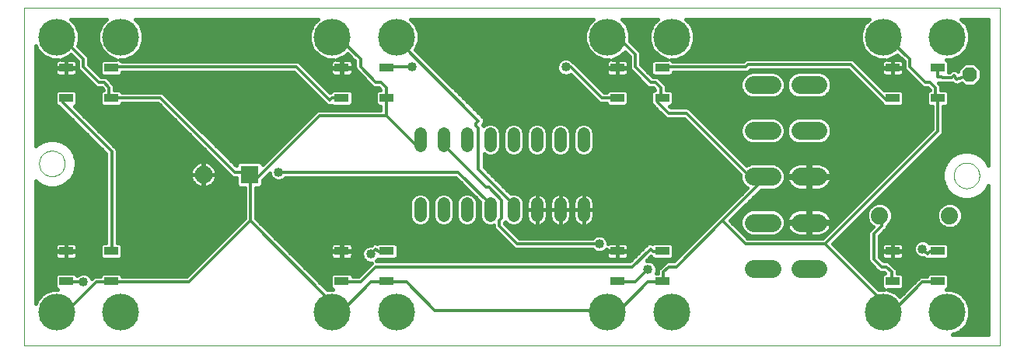
<source format=gtl>
G75*
%MOIN*%
%OFA0B0*%
%FSLAX24Y24*%
%IPPOS*%
%LPD*%
%AMOC8*
5,1,8,0,0,1.08239X$1,22.5*
%
%ADD10C,0.0000*%
%ADD11C,0.0760*%
%ADD12R,0.0760X0.0760*%
%ADD13C,0.0520*%
%ADD14R,0.0591X0.0354*%
%ADD15OC8,0.0630*%
%ADD16C,0.0740*%
%ADD17C,0.1581*%
%ADD18C,0.0780*%
%ADD19C,0.0120*%
%ADD20C,0.0400*%
%ADD21C,0.0160*%
%ADD22R,0.0396X0.0396*%
D10*
X000680Y001499D02*
X000680Y015995D01*
X042495Y015995D01*
X042495Y001499D01*
X000680Y001499D01*
X001310Y009314D02*
X001312Y009361D01*
X001318Y009407D01*
X001328Y009453D01*
X001341Y009498D01*
X001359Y009541D01*
X001380Y009583D01*
X001404Y009623D01*
X001432Y009660D01*
X001463Y009695D01*
X001497Y009728D01*
X001533Y009757D01*
X001572Y009783D01*
X001613Y009806D01*
X001656Y009825D01*
X001700Y009841D01*
X001745Y009853D01*
X001791Y009861D01*
X001838Y009865D01*
X001884Y009865D01*
X001931Y009861D01*
X001977Y009853D01*
X002022Y009841D01*
X002066Y009825D01*
X002109Y009806D01*
X002150Y009783D01*
X002189Y009757D01*
X002225Y009728D01*
X002259Y009695D01*
X002290Y009660D01*
X002318Y009623D01*
X002342Y009583D01*
X002363Y009541D01*
X002381Y009498D01*
X002394Y009453D01*
X002404Y009407D01*
X002410Y009361D01*
X002412Y009314D01*
X002410Y009267D01*
X002404Y009221D01*
X002394Y009175D01*
X002381Y009130D01*
X002363Y009087D01*
X002342Y009045D01*
X002318Y009005D01*
X002290Y008968D01*
X002259Y008933D01*
X002225Y008900D01*
X002189Y008871D01*
X002150Y008845D01*
X002109Y008822D01*
X002066Y008803D01*
X002022Y008787D01*
X001977Y008775D01*
X001931Y008767D01*
X001884Y008763D01*
X001838Y008763D01*
X001791Y008767D01*
X001745Y008775D01*
X001700Y008787D01*
X001656Y008803D01*
X001613Y008822D01*
X001572Y008845D01*
X001533Y008871D01*
X001497Y008900D01*
X001463Y008933D01*
X001432Y008968D01*
X001404Y009005D01*
X001380Y009045D01*
X001359Y009087D01*
X001341Y009130D01*
X001328Y009175D01*
X001318Y009221D01*
X001312Y009267D01*
X001310Y009314D01*
X040523Y008802D02*
X040525Y008849D01*
X040531Y008895D01*
X040541Y008941D01*
X040554Y008986D01*
X040572Y009029D01*
X040593Y009071D01*
X040617Y009111D01*
X040645Y009148D01*
X040676Y009183D01*
X040710Y009216D01*
X040746Y009245D01*
X040785Y009271D01*
X040826Y009294D01*
X040869Y009313D01*
X040913Y009329D01*
X040958Y009341D01*
X041004Y009349D01*
X041051Y009353D01*
X041097Y009353D01*
X041144Y009349D01*
X041190Y009341D01*
X041235Y009329D01*
X041279Y009313D01*
X041322Y009294D01*
X041363Y009271D01*
X041402Y009245D01*
X041438Y009216D01*
X041472Y009183D01*
X041503Y009148D01*
X041531Y009111D01*
X041555Y009071D01*
X041576Y009029D01*
X041594Y008986D01*
X041607Y008941D01*
X041617Y008895D01*
X041623Y008849D01*
X041625Y008802D01*
X041623Y008755D01*
X041617Y008709D01*
X041607Y008663D01*
X041594Y008618D01*
X041576Y008575D01*
X041555Y008533D01*
X041531Y008493D01*
X041503Y008456D01*
X041472Y008421D01*
X041438Y008388D01*
X041402Y008359D01*
X041363Y008333D01*
X041322Y008310D01*
X041279Y008291D01*
X041235Y008275D01*
X041190Y008263D01*
X041144Y008255D01*
X041097Y008251D01*
X041051Y008251D01*
X041004Y008255D01*
X040958Y008263D01*
X040913Y008275D01*
X040869Y008291D01*
X040826Y008310D01*
X040785Y008333D01*
X040746Y008359D01*
X040710Y008388D01*
X040676Y008421D01*
X040645Y008456D01*
X040617Y008493D01*
X040593Y008533D01*
X040572Y008575D01*
X040554Y008618D01*
X040541Y008663D01*
X040531Y008709D01*
X040525Y008755D01*
X040523Y008802D01*
D11*
X008357Y008841D03*
D12*
X010326Y008841D03*
D13*
X017652Y007601D02*
X017652Y007081D01*
X018652Y007081D02*
X018652Y007601D01*
X019652Y007601D02*
X019652Y007081D01*
X020652Y007081D02*
X020652Y007601D01*
X021652Y007601D02*
X021652Y007081D01*
X022652Y007081D02*
X022652Y007601D01*
X023652Y007601D02*
X023652Y007081D01*
X024652Y007081D02*
X024652Y007601D01*
X024652Y010081D02*
X024652Y010601D01*
X023652Y010601D02*
X023652Y010081D01*
X022652Y010081D02*
X022652Y010601D01*
X021652Y010601D02*
X021652Y010081D01*
X020652Y010081D02*
X020652Y010601D01*
X019652Y010601D02*
X019652Y010081D01*
X018652Y010081D02*
X018652Y010601D01*
X017652Y010601D02*
X017652Y010081D01*
D14*
X016211Y012129D03*
X014282Y012129D03*
X014282Y013428D03*
X016211Y013428D03*
X026093Y013428D03*
X028023Y013428D03*
X028023Y012129D03*
X026093Y012129D03*
X037904Y012129D03*
X039834Y012129D03*
X039834Y013428D03*
X037904Y013428D03*
X037904Y005554D03*
X039834Y005554D03*
X039834Y004255D03*
X037904Y004255D03*
X028023Y004255D03*
X026093Y004255D03*
X026093Y005554D03*
X028023Y005554D03*
X016211Y005554D03*
X014282Y005554D03*
X014282Y004255D03*
X016211Y004255D03*
X004400Y004255D03*
X002471Y004255D03*
X002471Y005554D03*
X004400Y005554D03*
X004400Y012129D03*
X002471Y012129D03*
X002471Y013428D03*
X004400Y013428D03*
D15*
X041192Y013141D03*
D16*
X040349Y007086D03*
X037349Y007086D03*
D17*
X037491Y002936D03*
X040247Y002936D03*
X028436Y002936D03*
X025680Y002936D03*
X016625Y002936D03*
X013869Y002936D03*
X004814Y002936D03*
X002058Y002936D03*
X002058Y014747D03*
X004814Y014747D03*
X013869Y014747D03*
X016625Y014747D03*
X025680Y014747D03*
X028436Y014747D03*
X037491Y014747D03*
X040247Y014747D03*
D18*
X034706Y012695D02*
X033926Y012695D01*
X032726Y012695D02*
X031946Y012695D01*
X031946Y010725D02*
X032726Y010725D01*
X033926Y010725D02*
X034706Y010725D01*
X034706Y008755D02*
X033926Y008755D01*
X032726Y008755D02*
X031946Y008755D01*
X031946Y006785D02*
X032726Y006785D01*
X033926Y006785D02*
X034706Y006785D01*
X034706Y004815D02*
X033926Y004815D01*
X032726Y004815D02*
X031946Y004815D01*
D19*
X031590Y005871D02*
X030600Y006861D01*
X028620Y004881D01*
X028290Y004881D01*
X028070Y004661D01*
X028070Y004331D01*
X028023Y004255D01*
X027960Y004221D01*
X027410Y004221D01*
X026200Y003011D01*
X025760Y003011D01*
X025680Y002936D01*
X025650Y003011D01*
X018280Y003011D01*
X017070Y004221D01*
X016300Y004221D01*
X016211Y004255D01*
X016190Y004221D01*
X015530Y004221D01*
X014320Y003011D01*
X013880Y003011D01*
X013869Y002936D01*
X013770Y003011D01*
X013770Y003451D01*
X010360Y006861D01*
X007720Y004221D01*
X004420Y004221D01*
X004400Y004255D01*
X004310Y004221D01*
X003760Y004221D01*
X002550Y003011D01*
X002110Y003011D01*
X002058Y002936D01*
X002550Y004221D02*
X002471Y004255D01*
X002550Y004221D02*
X003210Y004221D01*
X004400Y005554D02*
X004420Y005651D01*
X004420Y009831D01*
X002330Y011921D01*
X002330Y012031D01*
X002440Y012141D01*
X002471Y012129D01*
X003210Y013461D02*
X003870Y012801D01*
X004090Y012801D01*
X004310Y012581D01*
X004310Y012141D01*
X004400Y012129D01*
X004420Y012141D01*
X006510Y012141D01*
X009700Y008951D01*
X010250Y008951D01*
X010326Y008841D01*
X010360Y008731D01*
X010690Y008731D01*
X013330Y011371D01*
X016190Y011371D01*
X017400Y010161D01*
X017510Y010161D01*
X017620Y010271D01*
X017652Y010341D01*
X018652Y010341D02*
X018720Y010271D01*
X018720Y010051D01*
X020480Y008291D01*
X020590Y008291D01*
X021140Y007741D01*
X021140Y006971D01*
X021030Y006861D01*
X021030Y006641D01*
X021800Y005871D01*
X025320Y005871D01*
X026750Y004881D02*
X027520Y005651D01*
X027630Y005541D01*
X027960Y005541D01*
X028023Y005554D01*
X027410Y004771D02*
X026860Y004221D01*
X026200Y004221D01*
X026093Y004255D01*
X026750Y004881D02*
X015750Y004881D01*
X015090Y004221D01*
X014320Y004221D01*
X014282Y004255D01*
X015530Y005431D02*
X015750Y005651D01*
X015860Y005541D01*
X016190Y005541D01*
X016211Y005554D01*
X020590Y007411D02*
X020652Y007341D01*
X020590Y007411D02*
X020590Y007631D01*
X019270Y008951D01*
X011570Y008951D01*
X010360Y008841D02*
X010360Y008731D01*
X010360Y006861D01*
X010360Y008841D02*
X010326Y008841D01*
X016190Y011371D02*
X016190Y012031D01*
X016211Y012129D01*
X016190Y012141D01*
X016190Y012581D01*
X015970Y012801D01*
X015750Y012801D01*
X015090Y013461D01*
X015090Y013791D01*
X014210Y014671D01*
X013880Y014671D01*
X013869Y014747D01*
X016625Y014747D02*
X016630Y014671D01*
X020150Y011151D01*
X020040Y011041D01*
X020040Y010931D01*
X020150Y010821D01*
X020150Y009061D01*
X021580Y007631D01*
X021580Y007411D01*
X021652Y007341D01*
X030600Y006861D02*
X032250Y008511D01*
X032250Y008731D01*
X032336Y008755D01*
X032250Y008841D01*
X031700Y008841D01*
X029060Y011481D01*
X028290Y011481D01*
X027850Y011921D01*
X027850Y012031D01*
X027960Y012141D01*
X028023Y012129D01*
X027960Y012141D02*
X027960Y012581D01*
X027740Y012801D01*
X027520Y012801D01*
X026860Y013461D01*
X026860Y014011D01*
X026200Y014671D01*
X025760Y014671D01*
X025680Y014747D01*
X024110Y013461D02*
X025430Y012141D01*
X026090Y012141D01*
X026093Y012129D01*
X028023Y013428D02*
X028070Y013461D01*
X031590Y013461D01*
X031700Y013571D01*
X036100Y013571D01*
X037640Y012031D01*
X037860Y012031D01*
X037904Y012129D01*
X039510Y012801D02*
X039730Y012581D01*
X039730Y012141D01*
X039834Y012129D01*
X039840Y012031D01*
X039840Y010711D01*
X035000Y005871D01*
X031590Y005871D01*
X035000Y005871D02*
X037420Y003451D01*
X037420Y003011D01*
X037491Y002936D01*
X037530Y003011D01*
X037970Y003011D01*
X039180Y004221D01*
X039730Y004221D01*
X039834Y004255D01*
X037904Y004255D02*
X037860Y004331D01*
X037860Y004661D01*
X037640Y004881D01*
X037420Y004881D01*
X037090Y005211D01*
X037090Y006311D01*
X037420Y006641D01*
X037420Y007081D01*
X037349Y007086D01*
X039180Y005651D02*
X039400Y005431D01*
X039510Y005541D01*
X039730Y005541D01*
X039834Y005554D01*
X039510Y012801D02*
X039290Y012801D01*
X038630Y013461D01*
X038630Y013791D01*
X037750Y014671D01*
X037530Y014671D01*
X037491Y014747D01*
X039834Y013428D02*
X039840Y013351D01*
X039840Y013021D01*
X040217Y012998D01*
X040437Y012998D01*
X040523Y013109D01*
X040649Y012920D01*
X040767Y012976D01*
X041192Y013141D01*
X024110Y013461D02*
X023890Y013461D01*
X017290Y013461D02*
X016300Y013461D01*
X016211Y013428D01*
X014282Y012129D02*
X014210Y012141D01*
X013880Y012141D01*
X013770Y012031D01*
X012340Y013461D01*
X004420Y013461D01*
X004400Y013428D01*
X003210Y013461D02*
X003210Y013791D01*
X002330Y014671D01*
X002110Y014671D01*
X002058Y014747D01*
D20*
X017290Y013461D03*
X023890Y013461D03*
X011570Y008951D03*
X015530Y005431D03*
X025320Y005871D03*
X027410Y004771D03*
X039180Y005651D03*
X003210Y004221D03*
D21*
X003563Y004363D02*
X003532Y004436D01*
X003425Y004543D01*
X003286Y004601D01*
X003134Y004601D01*
X002995Y004543D01*
X002947Y004495D01*
X002947Y004507D01*
X002841Y004612D01*
X002102Y004612D01*
X001996Y004507D01*
X001996Y004003D01*
X002093Y003906D01*
X001865Y003906D01*
X001508Y003759D01*
X001235Y003486D01*
X001160Y003304D01*
X001160Y008557D01*
X001228Y008489D01*
X001463Y008353D01*
X001725Y008283D01*
X001997Y008283D01*
X002259Y008353D01*
X002494Y008489D01*
X002686Y008681D01*
X002822Y008916D01*
X002892Y009178D01*
X002892Y009450D01*
X002822Y009712D01*
X002686Y009947D01*
X002494Y010139D01*
X002259Y010275D01*
X001997Y010345D01*
X001725Y010345D01*
X001463Y010275D01*
X001228Y010139D01*
X001160Y010071D01*
X001160Y014379D01*
X001235Y014197D01*
X001508Y013924D01*
X001865Y013776D01*
X002119Y013776D01*
X002107Y013773D01*
X002066Y013749D01*
X002032Y013716D01*
X002008Y013675D01*
X001996Y013629D01*
X001996Y013437D01*
X002463Y013437D01*
X002463Y013785D01*
X002272Y013785D01*
X002608Y013924D01*
X002673Y013989D01*
X002970Y013692D01*
X002970Y013413D01*
X003007Y013325D01*
X003074Y013258D01*
X003734Y012598D01*
X003822Y012561D01*
X003991Y012561D01*
X004066Y012486D01*
X004031Y012486D01*
X003925Y012381D01*
X003925Y011877D01*
X004031Y011772D01*
X004770Y011772D01*
X004876Y011877D01*
X004876Y011901D01*
X006411Y011901D01*
X009497Y008815D01*
X009564Y008748D01*
X009652Y008711D01*
X009766Y008711D01*
X009766Y008387D01*
X009871Y008281D01*
X010120Y008281D01*
X010120Y006961D01*
X007621Y004461D01*
X004876Y004461D01*
X004876Y004507D01*
X004770Y004612D01*
X004031Y004612D01*
X003925Y004507D01*
X003925Y004461D01*
X003712Y004461D01*
X003624Y004425D01*
X003563Y004363D01*
X003559Y004373D02*
X003572Y004373D01*
X003437Y004531D02*
X003950Y004531D01*
X004851Y004531D02*
X007691Y004531D01*
X007849Y004690D02*
X001160Y004690D01*
X001160Y004848D02*
X008008Y004848D01*
X008166Y005007D02*
X001160Y005007D01*
X001160Y005165D02*
X008325Y005165D01*
X008483Y005324D02*
X004876Y005324D01*
X004876Y005302D02*
X004876Y005806D01*
X004770Y005911D01*
X004660Y005911D01*
X004660Y009879D01*
X004623Y009967D01*
X002819Y011772D01*
X002841Y011772D01*
X002947Y011877D01*
X002947Y012381D01*
X002841Y012486D01*
X002102Y012486D01*
X001996Y012381D01*
X001996Y011877D01*
X002102Y011772D01*
X002140Y011772D01*
X002194Y011718D01*
X004180Y009732D01*
X004180Y005911D01*
X004031Y005911D01*
X003925Y005806D01*
X003925Y005302D01*
X004031Y005197D01*
X004770Y005197D01*
X004876Y005302D01*
X004876Y005482D02*
X008642Y005482D01*
X008800Y005641D02*
X004876Y005641D01*
X004876Y005799D02*
X008959Y005799D01*
X009117Y005958D02*
X004660Y005958D01*
X004660Y006116D02*
X009276Y006116D01*
X009434Y006275D02*
X004660Y006275D01*
X004660Y006433D02*
X009593Y006433D01*
X009751Y006592D02*
X004660Y006592D01*
X004660Y006750D02*
X009910Y006750D01*
X010068Y006909D02*
X004660Y006909D01*
X004660Y007067D02*
X010120Y007067D01*
X010120Y007226D02*
X004660Y007226D01*
X004660Y007384D02*
X010120Y007384D01*
X010120Y007543D02*
X004660Y007543D01*
X004660Y007701D02*
X010120Y007701D01*
X010120Y007860D02*
X004660Y007860D01*
X004660Y008018D02*
X010120Y008018D01*
X010120Y008177D02*
X004660Y008177D01*
X004660Y008335D02*
X008117Y008335D01*
X008142Y008322D02*
X008226Y008295D01*
X008313Y008281D01*
X008349Y008281D01*
X008349Y008833D01*
X008366Y008833D01*
X008366Y008850D01*
X008917Y008850D01*
X008917Y008885D01*
X008903Y008973D01*
X008876Y009056D01*
X008836Y009135D01*
X008784Y009206D01*
X008722Y009269D01*
X008651Y009320D01*
X008572Y009360D01*
X008488Y009388D01*
X008401Y009401D01*
X008366Y009401D01*
X008366Y008850D01*
X008349Y008850D01*
X008349Y009401D01*
X008313Y009401D01*
X008226Y009388D01*
X008142Y009360D01*
X008064Y009320D01*
X007992Y009269D01*
X007930Y009206D01*
X007878Y009135D01*
X007838Y009056D01*
X007811Y008973D01*
X007797Y008885D01*
X007797Y008850D01*
X008349Y008850D01*
X008349Y008833D01*
X007797Y008833D01*
X007797Y008797D01*
X007811Y008710D01*
X007838Y008626D01*
X007878Y008548D01*
X007930Y008477D01*
X007992Y008414D01*
X008064Y008362D01*
X008142Y008322D01*
X008349Y008335D02*
X008366Y008335D01*
X008366Y008281D02*
X008401Y008281D01*
X008488Y008295D01*
X008572Y008322D01*
X008651Y008362D01*
X008722Y008414D01*
X008784Y008477D01*
X008836Y008548D01*
X008876Y008626D01*
X008903Y008710D01*
X008917Y008797D01*
X008917Y008833D01*
X008366Y008833D01*
X008366Y008281D01*
X008349Y008494D02*
X008366Y008494D01*
X008349Y008652D02*
X008366Y008652D01*
X008349Y008811D02*
X008366Y008811D01*
X008349Y008969D02*
X008366Y008969D01*
X008349Y009128D02*
X008366Y009128D01*
X008349Y009286D02*
X008366Y009286D01*
X008698Y009286D02*
X009026Y009286D01*
X009184Y009128D02*
X008840Y009128D01*
X008904Y008969D02*
X009343Y008969D01*
X009501Y008811D02*
X008917Y008811D01*
X008884Y008652D02*
X009766Y008652D01*
X009766Y008494D02*
X008797Y008494D01*
X008597Y008335D02*
X009817Y008335D01*
X010600Y008281D02*
X010780Y008281D01*
X010886Y008387D01*
X010886Y008587D01*
X010893Y008595D01*
X011190Y008892D01*
X011190Y008876D01*
X011248Y008736D01*
X011355Y008629D01*
X011494Y008571D01*
X011646Y008571D01*
X011785Y008629D01*
X011867Y008711D01*
X019171Y008711D01*
X020212Y007669D01*
X020212Y006994D01*
X020279Y006832D01*
X020403Y006708D01*
X020565Y006641D01*
X020740Y006641D01*
X020790Y006662D01*
X020790Y006593D01*
X020827Y006505D01*
X021597Y005735D01*
X021664Y005668D01*
X021752Y005631D01*
X025023Y005631D01*
X025105Y005549D01*
X025244Y005491D01*
X025396Y005491D01*
X025535Y005549D01*
X025618Y005632D01*
X025618Y005563D01*
X026085Y005563D01*
X026085Y005911D01*
X025774Y005911D01*
X025729Y005899D01*
X025700Y005882D01*
X025700Y005947D01*
X025642Y006086D01*
X025535Y006193D01*
X025396Y006251D01*
X025244Y006251D01*
X025105Y006193D01*
X025023Y006111D01*
X021899Y006111D01*
X021270Y006741D01*
X021270Y006762D01*
X021310Y006802D01*
X021403Y006708D01*
X021565Y006641D01*
X021740Y006641D01*
X021902Y006708D01*
X022025Y006832D01*
X022092Y006994D01*
X022092Y007689D01*
X022025Y007851D01*
X021902Y007974D01*
X021740Y008041D01*
X021565Y008041D01*
X021525Y008025D01*
X020390Y009161D01*
X020390Y009722D01*
X020403Y009708D01*
X020565Y009641D01*
X020740Y009641D01*
X020902Y009708D01*
X021025Y009832D01*
X021092Y009994D01*
X021092Y010689D01*
X021025Y010851D01*
X020902Y010974D01*
X020740Y011041D01*
X020565Y011041D01*
X020403Y010974D01*
X020363Y010934D01*
X020353Y010957D01*
X020324Y010986D01*
X020353Y011015D01*
X020390Y011103D01*
X020390Y011199D01*
X020353Y011287D01*
X017446Y014195D01*
X017448Y014197D01*
X017595Y014554D01*
X017595Y014940D01*
X017448Y015297D01*
X017229Y015515D01*
X025075Y015515D01*
X024857Y015297D01*
X024709Y014940D01*
X024709Y014554D01*
X024857Y014197D01*
X025130Y013924D01*
X025487Y013776D01*
X025742Y013776D01*
X025729Y013773D01*
X025688Y013749D01*
X025654Y013716D01*
X025630Y013675D01*
X025618Y013629D01*
X025618Y013437D01*
X026085Y013437D01*
X026085Y013785D01*
X025894Y013785D01*
X026230Y013924D01*
X026419Y014113D01*
X026620Y013912D01*
X026620Y013413D01*
X026657Y013325D01*
X026724Y013258D01*
X027384Y012598D01*
X027472Y012561D01*
X027641Y012561D01*
X027716Y012486D01*
X027653Y012486D01*
X027547Y012381D01*
X027547Y011877D01*
X027653Y011772D01*
X027660Y011772D01*
X027714Y011718D01*
X028154Y011278D01*
X028242Y011241D01*
X028961Y011241D01*
X031376Y008826D01*
X031376Y008641D01*
X031462Y008432D01*
X031623Y008272D01*
X031657Y008257D01*
X030464Y007065D01*
X030397Y006997D01*
X028521Y005121D01*
X028242Y005121D01*
X028154Y005085D01*
X028087Y005017D01*
X027867Y004797D01*
X027830Y004709D01*
X027830Y004612D01*
X027755Y004612D01*
X027790Y004696D01*
X027790Y004847D01*
X027732Y004986D01*
X027625Y005093D01*
X027486Y005151D01*
X027359Y005151D01*
X027531Y005322D01*
X027547Y005316D01*
X027547Y005302D01*
X027653Y005197D01*
X028392Y005197D01*
X028498Y005302D01*
X028498Y005806D01*
X028392Y005911D01*
X027653Y005911D01*
X027614Y005872D01*
X027568Y005891D01*
X027472Y005891D01*
X027384Y005855D01*
X027317Y005787D01*
X026651Y005121D01*
X015757Y005121D01*
X015837Y005201D01*
X015842Y005197D01*
X016581Y005197D01*
X016687Y005302D01*
X016687Y005806D01*
X016581Y005911D01*
X015842Y005911D01*
X015815Y005884D01*
X015798Y005891D01*
X015702Y005891D01*
X015614Y005855D01*
X015571Y005811D01*
X015454Y005811D01*
X015315Y005753D01*
X015208Y005646D01*
X015150Y005507D01*
X015150Y005356D01*
X015208Y005216D01*
X015315Y005109D01*
X015454Y005051D01*
X015581Y005051D01*
X015547Y005017D01*
X014991Y004461D01*
X014758Y004461D01*
X014758Y004507D01*
X014652Y004612D01*
X013913Y004612D01*
X013807Y004507D01*
X013807Y004003D01*
X013904Y003906D01*
X013676Y003906D01*
X013660Y003900D01*
X010600Y006961D01*
X010600Y008281D01*
X010600Y008177D02*
X019705Y008177D01*
X019740Y008041D02*
X019565Y008041D01*
X019403Y007974D01*
X019279Y007851D01*
X019212Y007689D01*
X019212Y006994D01*
X019279Y006832D01*
X019403Y006708D01*
X019565Y006641D01*
X019740Y006641D01*
X019902Y006708D01*
X020025Y006832D01*
X020092Y006994D01*
X020092Y007689D01*
X020025Y007851D01*
X019902Y007974D01*
X019740Y008041D01*
X019796Y008018D02*
X019864Y008018D01*
X020016Y007860D02*
X020022Y007860D01*
X020087Y007701D02*
X020181Y007701D01*
X020212Y007543D02*
X020092Y007543D01*
X020092Y007384D02*
X020212Y007384D01*
X020212Y007226D02*
X020092Y007226D01*
X020092Y007067D02*
X020212Y007067D01*
X020248Y006909D02*
X020057Y006909D01*
X019943Y006750D02*
X020361Y006750D01*
X020791Y006592D02*
X010969Y006592D01*
X010810Y006750D02*
X017361Y006750D01*
X017403Y006708D02*
X017565Y006641D01*
X017740Y006641D01*
X017902Y006708D01*
X018025Y006832D01*
X018092Y006994D01*
X018092Y007689D01*
X018025Y007851D01*
X017902Y007974D01*
X017740Y008041D01*
X017565Y008041D01*
X017403Y007974D01*
X017279Y007851D01*
X017212Y007689D01*
X017212Y006994D01*
X017279Y006832D01*
X017403Y006708D01*
X017248Y006909D02*
X010652Y006909D01*
X010600Y007067D02*
X017212Y007067D01*
X017212Y007226D02*
X010600Y007226D01*
X010600Y007384D02*
X017212Y007384D01*
X017212Y007543D02*
X010600Y007543D01*
X010600Y007701D02*
X017217Y007701D01*
X017288Y007860D02*
X010600Y007860D01*
X010600Y008018D02*
X017509Y008018D01*
X017796Y008018D02*
X018509Y008018D01*
X018565Y008041D02*
X018403Y007974D01*
X018279Y007851D01*
X018212Y007689D01*
X018212Y006994D01*
X018279Y006832D01*
X018403Y006708D01*
X018565Y006641D01*
X018740Y006641D01*
X018902Y006708D01*
X019025Y006832D01*
X019092Y006994D01*
X019092Y007689D01*
X019025Y007851D01*
X018902Y007974D01*
X018740Y008041D01*
X018565Y008041D01*
X018796Y008018D02*
X019509Y008018D01*
X019288Y007860D02*
X019016Y007860D01*
X019087Y007701D02*
X019217Y007701D01*
X019212Y007543D02*
X019092Y007543D01*
X019092Y007384D02*
X019212Y007384D01*
X019212Y007226D02*
X019092Y007226D01*
X019092Y007067D02*
X019212Y007067D01*
X019248Y006909D02*
X019057Y006909D01*
X018943Y006750D02*
X019361Y006750D01*
X018361Y006750D02*
X017943Y006750D01*
X018057Y006909D02*
X018248Y006909D01*
X018212Y007067D02*
X018092Y007067D01*
X018092Y007226D02*
X018212Y007226D01*
X018212Y007384D02*
X018092Y007384D01*
X018092Y007543D02*
X018212Y007543D01*
X018217Y007701D02*
X018087Y007701D01*
X018016Y007860D02*
X018288Y007860D01*
X019388Y008494D02*
X010886Y008494D01*
X010834Y008335D02*
X019547Y008335D01*
X019230Y008652D02*
X011808Y008652D01*
X011332Y008652D02*
X010950Y008652D01*
X011109Y008811D02*
X011217Y008811D01*
X010886Y009266D02*
X010886Y009296D01*
X010780Y009401D01*
X009871Y009401D01*
X009766Y009296D01*
X009766Y009225D01*
X006646Y012345D01*
X006558Y012381D01*
X004875Y012381D01*
X004770Y012486D01*
X004550Y012486D01*
X004550Y012629D01*
X004513Y012717D01*
X004293Y012937D01*
X004226Y013005D01*
X004138Y013041D01*
X003969Y013041D01*
X003450Y013561D01*
X003450Y013839D01*
X003413Y013927D01*
X002958Y014383D01*
X003029Y014554D01*
X003029Y014940D01*
X002881Y015297D01*
X002662Y015515D01*
X004209Y015515D01*
X003991Y015297D01*
X003843Y014940D01*
X003843Y014554D01*
X003991Y014197D01*
X004264Y013924D01*
X004600Y013785D01*
X004031Y013785D01*
X003925Y013680D01*
X003925Y013176D01*
X004031Y013071D01*
X004770Y013071D01*
X004876Y013176D01*
X004876Y013221D01*
X012241Y013221D01*
X013567Y011895D01*
X013634Y011828D01*
X013722Y011791D01*
X013818Y011791D01*
X013871Y011813D01*
X013913Y011772D01*
X014652Y011772D01*
X014758Y011877D01*
X014758Y012381D01*
X014652Y012486D01*
X013913Y012486D01*
X013807Y012381D01*
X013807Y012371D01*
X013781Y012360D01*
X012476Y013665D01*
X012388Y013701D01*
X004854Y013701D01*
X004779Y013776D01*
X005007Y013776D01*
X005364Y013924D01*
X005637Y014197D01*
X005784Y014554D01*
X005784Y014940D01*
X005637Y015297D01*
X005418Y015515D01*
X013264Y015515D01*
X013046Y015297D01*
X012898Y014940D01*
X012898Y014554D01*
X013046Y014197D01*
X013319Y013924D01*
X013676Y013776D01*
X013930Y013776D01*
X013918Y013773D01*
X013877Y013749D01*
X013843Y013716D01*
X013819Y013675D01*
X013807Y013629D01*
X013807Y013437D01*
X014274Y013437D01*
X014274Y013785D01*
X014083Y013785D01*
X014419Y013924D01*
X014518Y014024D01*
X014850Y013692D01*
X014850Y013413D01*
X014887Y013325D01*
X014954Y013258D01*
X015614Y012598D01*
X015702Y012561D01*
X015871Y012561D01*
X015946Y012486D01*
X015842Y012486D01*
X015736Y012381D01*
X015736Y011877D01*
X015842Y011772D01*
X015950Y011772D01*
X015950Y011611D01*
X013282Y011611D01*
X013194Y011575D01*
X010886Y009266D01*
X010886Y009286D02*
X010906Y009286D01*
X011064Y009445D02*
X009546Y009445D01*
X009387Y009603D02*
X011223Y009603D01*
X011381Y009762D02*
X009229Y009762D01*
X009070Y009920D02*
X011540Y009920D01*
X011698Y010079D02*
X008912Y010079D01*
X008753Y010237D02*
X011857Y010237D01*
X012015Y010396D02*
X008595Y010396D01*
X008436Y010554D02*
X012174Y010554D01*
X012332Y010713D02*
X008278Y010713D01*
X008119Y010871D02*
X012491Y010871D01*
X012649Y011030D02*
X007961Y011030D01*
X007802Y011188D02*
X012808Y011188D01*
X012966Y011347D02*
X007644Y011347D01*
X007485Y011505D02*
X013125Y011505D01*
X013481Y011981D02*
X007010Y011981D01*
X006851Y012139D02*
X013323Y012139D01*
X013164Y012298D02*
X006693Y012298D01*
X006490Y011822D02*
X004821Y011822D01*
X003980Y011822D02*
X002892Y011822D01*
X002927Y011664D02*
X006648Y011664D01*
X006807Y011505D02*
X003085Y011505D01*
X003244Y011347D02*
X006965Y011347D01*
X007124Y011188D02*
X003402Y011188D01*
X003561Y011030D02*
X007282Y011030D01*
X007441Y010871D02*
X003719Y010871D01*
X003878Y010713D02*
X007599Y010713D01*
X007758Y010554D02*
X004036Y010554D01*
X004195Y010396D02*
X007916Y010396D01*
X008075Y010237D02*
X004353Y010237D01*
X004512Y010079D02*
X008233Y010079D01*
X008392Y009920D02*
X004643Y009920D01*
X004660Y009762D02*
X008550Y009762D01*
X008709Y009603D02*
X004660Y009603D01*
X004660Y009445D02*
X008867Y009445D01*
X009704Y009286D02*
X009766Y009286D01*
X008017Y009286D02*
X004660Y009286D01*
X004660Y009128D02*
X007874Y009128D01*
X007810Y008969D02*
X004660Y008969D01*
X004660Y008811D02*
X007797Y008811D01*
X007830Y008652D02*
X004660Y008652D01*
X004660Y008494D02*
X007918Y008494D01*
X004180Y008494D02*
X002499Y008494D01*
X002658Y008652D02*
X004180Y008652D01*
X004180Y008811D02*
X002761Y008811D01*
X002836Y008969D02*
X004180Y008969D01*
X004180Y009128D02*
X002879Y009128D01*
X002892Y009286D02*
X004180Y009286D01*
X004180Y009445D02*
X002892Y009445D01*
X002851Y009603D02*
X004180Y009603D01*
X004150Y009762D02*
X002793Y009762D01*
X002702Y009920D02*
X003992Y009920D01*
X003833Y010079D02*
X002555Y010079D01*
X002324Y010237D02*
X003675Y010237D01*
X003516Y010396D02*
X001160Y010396D01*
X001160Y010554D02*
X003358Y010554D01*
X003199Y010713D02*
X001160Y010713D01*
X001160Y010871D02*
X003041Y010871D01*
X002882Y011030D02*
X001160Y011030D01*
X001160Y011188D02*
X002724Y011188D01*
X002565Y011347D02*
X001160Y011347D01*
X001160Y011505D02*
X002407Y011505D01*
X002248Y011664D02*
X001160Y011664D01*
X001160Y011822D02*
X002051Y011822D01*
X001996Y011981D02*
X001160Y011981D01*
X001160Y012139D02*
X001996Y012139D01*
X001996Y012298D02*
X001160Y012298D01*
X001160Y012456D02*
X002072Y012456D01*
X001160Y012615D02*
X003717Y012615D01*
X003559Y012773D02*
X001160Y012773D01*
X001160Y012932D02*
X003400Y012932D01*
X003242Y013090D02*
X002848Y013090D01*
X002836Y013083D02*
X002877Y013107D01*
X002911Y013140D01*
X002934Y013181D01*
X002947Y013227D01*
X002947Y013419D01*
X002480Y013419D01*
X002480Y013071D01*
X002790Y013071D01*
X002836Y013083D01*
X002947Y013249D02*
X003083Y013249D01*
X002973Y013407D02*
X002947Y013407D01*
X002947Y013437D02*
X002947Y013629D01*
X002934Y013675D01*
X002911Y013716D01*
X002877Y013749D01*
X002836Y013773D01*
X002790Y013785D01*
X002480Y013785D01*
X002480Y013437D01*
X002463Y013437D01*
X002463Y013419D01*
X002480Y013419D01*
X002480Y013437D01*
X002947Y013437D01*
X002947Y013566D02*
X002970Y013566D01*
X002938Y013724D02*
X002902Y013724D01*
X002779Y013883D02*
X002508Y013883D01*
X002480Y013724D02*
X002463Y013724D01*
X002463Y013566D02*
X002480Y013566D01*
X002463Y013419D02*
X001996Y013419D01*
X001996Y013227D01*
X002008Y013181D01*
X002032Y013140D01*
X002066Y013107D01*
X002107Y013083D01*
X002152Y013071D01*
X002463Y013071D01*
X002463Y013419D01*
X002463Y013407D02*
X002480Y013407D01*
X002463Y013249D02*
X002480Y013249D01*
X002463Y013090D02*
X002480Y013090D01*
X002094Y013090D02*
X001160Y013090D01*
X001160Y013249D02*
X001996Y013249D01*
X001996Y013407D02*
X001160Y013407D01*
X001160Y013566D02*
X001996Y013566D01*
X002040Y013724D02*
X001160Y013724D01*
X001160Y013883D02*
X001608Y013883D01*
X001391Y014041D02*
X001160Y014041D01*
X001160Y014200D02*
X001234Y014200D01*
X001168Y014358D02*
X001160Y014358D01*
X002982Y014358D02*
X003924Y014358D01*
X003859Y014517D02*
X003013Y014517D01*
X003029Y014675D02*
X003843Y014675D01*
X003843Y014834D02*
X003029Y014834D01*
X003007Y014992D02*
X003865Y014992D01*
X003931Y015151D02*
X002941Y015151D01*
X002868Y015309D02*
X004003Y015309D01*
X004162Y015468D02*
X002710Y015468D01*
X005466Y015468D02*
X013217Y015468D01*
X013059Y015309D02*
X005624Y015309D01*
X005697Y015151D02*
X012986Y015151D01*
X012920Y014992D02*
X005763Y014992D01*
X005784Y014834D02*
X012898Y014834D01*
X012898Y014675D02*
X005784Y014675D01*
X005769Y014517D02*
X012914Y014517D01*
X012980Y014358D02*
X005703Y014358D01*
X005638Y014200D02*
X013045Y014200D01*
X013202Y014041D02*
X005481Y014041D01*
X005263Y013883D02*
X013419Y013883D01*
X013851Y013724D02*
X004831Y013724D01*
X004364Y013883D02*
X003432Y013883D01*
X003450Y013724D02*
X003970Y013724D01*
X003925Y013566D02*
X003450Y013566D01*
X003603Y013407D02*
X003925Y013407D01*
X003925Y013249D02*
X003762Y013249D01*
X003920Y013090D02*
X004011Y013090D01*
X004299Y012932D02*
X012530Y012932D01*
X012372Y013090D02*
X004790Y013090D01*
X004457Y012773D02*
X012689Y012773D01*
X012847Y012615D02*
X004550Y012615D01*
X004800Y012456D02*
X013006Y012456D01*
X013526Y012615D02*
X015597Y012615D01*
X015439Y012773D02*
X013367Y012773D01*
X013209Y012932D02*
X015280Y012932D01*
X015122Y013090D02*
X014659Y013090D01*
X014647Y013083D02*
X014688Y013107D01*
X014722Y013140D01*
X014745Y013181D01*
X014758Y013227D01*
X014758Y013419D01*
X014291Y013419D01*
X014291Y013071D01*
X014601Y013071D01*
X014647Y013083D01*
X014758Y013249D02*
X014963Y013249D01*
X014853Y013407D02*
X014758Y013407D01*
X014758Y013437D02*
X014758Y013629D01*
X014745Y013675D01*
X014722Y013716D01*
X014688Y013749D01*
X014647Y013773D01*
X014601Y013785D01*
X014291Y013785D01*
X014291Y013437D01*
X014274Y013437D01*
X014274Y013419D01*
X014291Y013419D01*
X014291Y013437D01*
X014758Y013437D01*
X014758Y013566D02*
X014850Y013566D01*
X014818Y013724D02*
X014713Y013724D01*
X014659Y013883D02*
X014319Y013883D01*
X014291Y013724D02*
X014274Y013724D01*
X014274Y013566D02*
X014291Y013566D01*
X014274Y013419D02*
X013807Y013419D01*
X013807Y013227D01*
X013819Y013181D01*
X013843Y013140D01*
X013877Y013107D01*
X013918Y013083D01*
X013963Y013071D01*
X014274Y013071D01*
X014274Y013419D01*
X014274Y013407D02*
X014291Y013407D01*
X014274Y013249D02*
X014291Y013249D01*
X014274Y013090D02*
X014291Y013090D01*
X013906Y013090D02*
X013050Y013090D01*
X012892Y013249D02*
X013807Y013249D01*
X013807Y013407D02*
X012733Y013407D01*
X012575Y013566D02*
X013807Y013566D01*
X013883Y012456D02*
X013684Y012456D01*
X014682Y012456D02*
X015812Y012456D01*
X015736Y012298D02*
X014758Y012298D01*
X014758Y012139D02*
X015736Y012139D01*
X015736Y011981D02*
X014758Y011981D01*
X014703Y011822D02*
X015791Y011822D01*
X015950Y011664D02*
X007327Y011664D01*
X007168Y011822D02*
X013647Y011822D01*
X018233Y013407D02*
X023510Y013407D01*
X023510Y013386D02*
X023568Y013246D01*
X023675Y013139D01*
X023814Y013081D01*
X023966Y013081D01*
X024096Y013135D01*
X025227Y012005D01*
X025294Y011938D01*
X025382Y011901D01*
X025618Y011901D01*
X025618Y011877D01*
X025724Y011772D01*
X026463Y011772D01*
X026569Y011877D01*
X026569Y012381D01*
X026463Y012486D01*
X025724Y012486D01*
X025619Y012381D01*
X025529Y012381D01*
X024246Y013665D01*
X024208Y013680D01*
X024105Y013783D01*
X023966Y013841D01*
X023814Y013841D01*
X023675Y013783D01*
X023568Y013676D01*
X023510Y013537D01*
X023510Y013386D01*
X023567Y013249D02*
X018392Y013249D01*
X018550Y013090D02*
X023793Y013090D01*
X023987Y013090D02*
X024142Y013090D01*
X024300Y012932D02*
X018709Y012932D01*
X018867Y012773D02*
X024459Y012773D01*
X024617Y012615D02*
X019026Y012615D01*
X019184Y012456D02*
X024776Y012456D01*
X024934Y012298D02*
X019343Y012298D01*
X019501Y012139D02*
X025093Y012139D01*
X025251Y011981D02*
X019660Y011981D01*
X019818Y011822D02*
X025673Y011822D01*
X026514Y011822D02*
X027602Y011822D01*
X027547Y011981D02*
X026569Y011981D01*
X026569Y012139D02*
X027547Y012139D01*
X027547Y012298D02*
X026569Y012298D01*
X026493Y012456D02*
X027623Y012456D01*
X027367Y012615D02*
X025296Y012615D01*
X025137Y012773D02*
X027209Y012773D01*
X027050Y012932D02*
X024979Y012932D01*
X024820Y013090D02*
X025717Y013090D01*
X025729Y013083D02*
X025774Y013071D01*
X026085Y013071D01*
X026085Y013419D01*
X026102Y013419D01*
X026102Y013071D01*
X026412Y013071D01*
X026458Y013083D01*
X026499Y013107D01*
X026533Y013140D01*
X026556Y013181D01*
X026569Y013227D01*
X026569Y013419D01*
X026102Y013419D01*
X026102Y013437D01*
X026085Y013437D01*
X026085Y013419D01*
X025618Y013419D01*
X025618Y013227D01*
X025630Y013181D01*
X025654Y013140D01*
X025688Y013107D01*
X025729Y013083D01*
X025618Y013249D02*
X024662Y013249D01*
X024503Y013407D02*
X025618Y013407D01*
X025618Y013566D02*
X024345Y013566D01*
X024164Y013724D02*
X025662Y013724D01*
X026085Y013724D02*
X026102Y013724D01*
X026102Y013785D02*
X026102Y013437D01*
X026569Y013437D01*
X026569Y013629D01*
X026556Y013675D01*
X026533Y013716D01*
X026499Y013749D01*
X026458Y013773D01*
X026412Y013785D01*
X026102Y013785D01*
X026130Y013883D02*
X026620Y013883D01*
X026620Y013724D02*
X026524Y013724D01*
X026569Y013566D02*
X026620Y013566D01*
X026623Y013407D02*
X026569Y013407D01*
X026569Y013249D02*
X026733Y013249D01*
X026892Y013090D02*
X026470Y013090D01*
X026102Y013090D02*
X026085Y013090D01*
X026085Y013249D02*
X026102Y013249D01*
X026085Y013407D02*
X026102Y013407D01*
X026085Y013566D02*
X026102Y013566D01*
X026347Y014041D02*
X026491Y014041D01*
X026651Y014560D02*
X027063Y014147D01*
X027100Y014059D01*
X027100Y013561D01*
X027619Y013041D01*
X027788Y013041D01*
X027876Y013005D01*
X027943Y012937D01*
X028163Y012717D01*
X028200Y012629D01*
X028200Y012486D01*
X028392Y012486D01*
X028498Y012381D01*
X028498Y011877D01*
X028392Y011772D01*
X028339Y011772D01*
X028389Y011721D01*
X029108Y011721D01*
X029196Y011685D01*
X029263Y011617D01*
X031637Y009244D01*
X031832Y009325D01*
X032839Y009325D01*
X033049Y009238D01*
X033209Y009078D01*
X033296Y008868D01*
X033296Y008641D01*
X033209Y008432D01*
X033049Y008272D01*
X032839Y008185D01*
X032263Y008185D01*
X030939Y006861D01*
X031689Y006111D01*
X034901Y006111D01*
X039600Y010811D01*
X039600Y011772D01*
X039464Y011772D01*
X039358Y011877D01*
X039358Y012381D01*
X039464Y012486D01*
X039486Y012486D01*
X039411Y012561D01*
X039242Y012561D01*
X039154Y012598D01*
X038494Y013258D01*
X038427Y013325D01*
X038390Y013413D01*
X038390Y013692D01*
X038099Y013983D01*
X038041Y013924D01*
X037705Y013785D01*
X037896Y013785D01*
X037896Y013437D01*
X037913Y013437D01*
X037913Y013785D01*
X038223Y013785D01*
X038269Y013773D01*
X038310Y013749D01*
X038344Y013716D01*
X038367Y013675D01*
X038380Y013629D01*
X038380Y013437D01*
X037913Y013437D01*
X037913Y013419D01*
X037913Y013071D01*
X038223Y013071D01*
X038269Y013083D01*
X038310Y013107D01*
X038344Y013140D01*
X038367Y013181D01*
X038380Y013227D01*
X038380Y013419D01*
X037913Y013419D01*
X037896Y013419D01*
X037896Y013071D01*
X037585Y013071D01*
X037540Y013083D01*
X037499Y013107D01*
X037465Y013140D01*
X037441Y013181D01*
X037429Y013227D01*
X037429Y013419D01*
X037896Y013419D01*
X037896Y013437D01*
X037429Y013437D01*
X037429Y013629D01*
X037441Y013675D01*
X037465Y013716D01*
X037499Y013749D01*
X037540Y013773D01*
X037553Y013776D01*
X037298Y013776D01*
X036941Y013924D01*
X036668Y014197D01*
X036520Y014554D01*
X036520Y014940D01*
X036668Y015297D01*
X036886Y015515D01*
X029040Y015515D01*
X029259Y015297D01*
X029406Y014940D01*
X029406Y014554D01*
X029259Y014197D01*
X028986Y013924D01*
X028629Y013776D01*
X028401Y013776D01*
X028476Y013701D01*
X031491Y013701D01*
X031497Y013707D01*
X031564Y013775D01*
X031652Y013811D01*
X036148Y013811D01*
X036236Y013775D01*
X037530Y012481D01*
X037535Y012486D01*
X038274Y012486D01*
X038380Y012381D01*
X038380Y011877D01*
X038274Y011772D01*
X037535Y011772D01*
X037429Y011877D01*
X037429Y011903D01*
X036001Y013331D01*
X031799Y013331D01*
X031726Y013258D01*
X031638Y013221D01*
X028498Y013221D01*
X028498Y013176D01*
X028392Y013071D01*
X027653Y013071D01*
X027547Y013176D01*
X027547Y013680D01*
X027653Y013785D01*
X028222Y013785D01*
X027886Y013924D01*
X027613Y014197D01*
X027465Y014554D01*
X027465Y014940D01*
X027613Y015297D01*
X027831Y015515D01*
X026285Y015515D01*
X026503Y015297D01*
X026651Y014940D01*
X026651Y014560D01*
X026694Y014517D02*
X027481Y014517D01*
X027465Y014675D02*
X026651Y014675D01*
X026651Y014834D02*
X027465Y014834D01*
X027487Y014992D02*
X026629Y014992D01*
X026563Y015151D02*
X027553Y015151D01*
X027626Y015309D02*
X026490Y015309D01*
X026332Y015468D02*
X027784Y015468D01*
X029088Y015468D02*
X036839Y015468D01*
X036681Y015309D02*
X029246Y015309D01*
X029319Y015151D02*
X036608Y015151D01*
X036542Y014992D02*
X029385Y014992D01*
X029406Y014834D02*
X036520Y014834D01*
X036520Y014675D02*
X029406Y014675D01*
X029391Y014517D02*
X036536Y014517D01*
X036602Y014358D02*
X029325Y014358D01*
X029260Y014200D02*
X036667Y014200D01*
X036824Y014041D02*
X029103Y014041D01*
X028885Y013883D02*
X037041Y013883D01*
X037474Y013724D02*
X036286Y013724D01*
X036445Y013566D02*
X037429Y013566D01*
X037429Y013407D02*
X036603Y013407D01*
X036762Y013249D02*
X037429Y013249D01*
X037528Y013090D02*
X036920Y013090D01*
X037079Y012932D02*
X038820Y012932D01*
X038662Y013090D02*
X038281Y013090D01*
X038380Y013249D02*
X038503Y013249D01*
X038393Y013407D02*
X038380Y013407D01*
X038380Y013566D02*
X038390Y013566D01*
X038358Y013724D02*
X038335Y013724D01*
X038199Y013883D02*
X037941Y013883D01*
X037913Y013724D02*
X037896Y013724D01*
X037896Y013566D02*
X037913Y013566D01*
X037896Y013407D02*
X037913Y013407D01*
X037896Y013249D02*
X037913Y013249D01*
X037896Y013090D02*
X037913Y013090D01*
X037237Y012773D02*
X038979Y012773D01*
X039137Y012615D02*
X037396Y012615D01*
X036876Y012456D02*
X035224Y012456D01*
X035189Y012372D02*
X035276Y012581D01*
X035276Y012808D01*
X035189Y013018D01*
X035029Y013178D01*
X034819Y013265D01*
X033812Y013265D01*
X033603Y013178D01*
X033442Y013018D01*
X033356Y012808D01*
X033356Y012581D01*
X033442Y012372D01*
X033603Y012212D01*
X033812Y012125D01*
X034819Y012125D01*
X035029Y012212D01*
X035189Y012372D01*
X035115Y012298D02*
X037034Y012298D01*
X037193Y012139D02*
X034854Y012139D01*
X033778Y012139D02*
X032874Y012139D01*
X032839Y012125D02*
X033049Y012212D01*
X033209Y012372D01*
X033296Y012581D01*
X033296Y012808D01*
X033209Y013018D01*
X033049Y013178D01*
X032839Y013265D01*
X031832Y013265D01*
X031623Y013178D01*
X031462Y013018D01*
X031376Y012808D01*
X031376Y012581D01*
X031462Y012372D01*
X031623Y012212D01*
X031832Y012125D01*
X032839Y012125D01*
X033135Y012298D02*
X033517Y012298D01*
X033408Y012456D02*
X033244Y012456D01*
X033296Y012615D02*
X033356Y012615D01*
X033356Y012773D02*
X033296Y012773D01*
X033245Y012932D02*
X033407Y012932D01*
X033515Y013090D02*
X033136Y013090D01*
X032878Y013249D02*
X033773Y013249D01*
X034858Y013249D02*
X036083Y013249D01*
X036242Y013090D02*
X035116Y013090D01*
X035225Y012932D02*
X036400Y012932D01*
X036559Y012773D02*
X035276Y012773D01*
X035276Y012615D02*
X036717Y012615D01*
X038304Y012456D02*
X039434Y012456D01*
X039358Y012298D02*
X038380Y012298D01*
X038380Y012139D02*
X039358Y012139D01*
X039358Y011981D02*
X038380Y011981D01*
X038325Y011822D02*
X039413Y011822D01*
X039600Y011664D02*
X029217Y011664D01*
X029375Y011505D02*
X039600Y011505D01*
X039600Y011347D02*
X029534Y011347D01*
X029692Y011188D02*
X031603Y011188D01*
X031623Y011208D02*
X031462Y011048D01*
X031376Y010838D01*
X031376Y010611D01*
X031462Y010402D01*
X031623Y010242D01*
X031832Y010155D01*
X032839Y010155D01*
X033049Y010242D01*
X033209Y010402D01*
X033296Y010611D01*
X033296Y010838D01*
X033209Y011048D01*
X033049Y011208D01*
X032839Y011295D01*
X031832Y011295D01*
X031623Y011208D01*
X031455Y011030D02*
X029851Y011030D01*
X030009Y010871D02*
X031389Y010871D01*
X031376Y010713D02*
X030168Y010713D01*
X030326Y010554D02*
X031399Y010554D01*
X031469Y010396D02*
X030485Y010396D01*
X030643Y010237D02*
X031634Y010237D01*
X030960Y009920D02*
X038710Y009920D01*
X038868Y010079D02*
X030802Y010079D01*
X031119Y009762D02*
X038551Y009762D01*
X038393Y009603D02*
X031277Y009603D01*
X031436Y009445D02*
X038234Y009445D01*
X038076Y009286D02*
X034915Y009286D01*
X034924Y009283D02*
X034839Y009311D01*
X034751Y009325D01*
X034366Y009325D01*
X034366Y008805D01*
X035275Y008805D01*
X035262Y008888D01*
X035234Y008974D01*
X035193Y009054D01*
X035140Y009126D01*
X035077Y009190D01*
X035004Y009242D01*
X034924Y009283D01*
X035139Y009128D02*
X037917Y009128D01*
X037759Y008969D02*
X035235Y008969D01*
X035274Y008811D02*
X037600Y008811D01*
X037442Y008652D02*
X035267Y008652D01*
X035262Y008621D02*
X035275Y008705D01*
X034366Y008705D01*
X034366Y008805D01*
X034266Y008805D01*
X034266Y009325D01*
X033881Y009325D01*
X033792Y009311D01*
X033707Y009283D01*
X033627Y009242D01*
X033554Y009190D01*
X033491Y009126D01*
X033438Y009054D01*
X033397Y008974D01*
X033370Y008888D01*
X033356Y008805D01*
X034266Y008805D01*
X034266Y008705D01*
X034366Y008705D01*
X034366Y008185D01*
X034751Y008185D01*
X034839Y008199D01*
X034924Y008227D01*
X035004Y008267D01*
X035077Y008320D01*
X035140Y008383D01*
X035193Y008456D01*
X035234Y008536D01*
X035262Y008621D01*
X035212Y008494D02*
X037283Y008494D01*
X037125Y008335D02*
X035092Y008335D01*
X034366Y008335D02*
X034266Y008335D01*
X034266Y008185D02*
X033881Y008185D01*
X033792Y008199D01*
X033707Y008227D01*
X033627Y008267D01*
X033554Y008320D01*
X033491Y008383D01*
X033438Y008456D01*
X033397Y008536D01*
X033370Y008621D01*
X033356Y008705D01*
X034266Y008705D01*
X034266Y008185D01*
X033539Y008335D02*
X033112Y008335D01*
X033234Y008494D02*
X033419Y008494D01*
X033365Y008652D02*
X033296Y008652D01*
X033296Y008811D02*
X033357Y008811D01*
X033396Y008969D02*
X033254Y008969D01*
X033159Y009128D02*
X033492Y009128D01*
X033716Y009286D02*
X032932Y009286D01*
X034266Y009286D02*
X034366Y009286D01*
X034366Y009128D02*
X034266Y009128D01*
X034266Y008969D02*
X034366Y008969D01*
X034366Y008811D02*
X034266Y008811D01*
X034266Y008652D02*
X034366Y008652D01*
X034366Y008494D02*
X034266Y008494D01*
X032255Y008177D02*
X036966Y008177D01*
X036808Y008018D02*
X032096Y008018D01*
X031938Y007860D02*
X036649Y007860D01*
X036491Y007701D02*
X031779Y007701D01*
X031621Y007543D02*
X036332Y007543D01*
X036174Y007384D02*
X031462Y007384D01*
X031580Y007226D02*
X031304Y007226D01*
X031462Y007108D02*
X031376Y006898D01*
X031376Y006671D01*
X031462Y006462D01*
X031623Y006302D01*
X031832Y006215D01*
X032839Y006215D01*
X033049Y006302D01*
X033209Y006462D01*
X033296Y006671D01*
X033296Y006898D01*
X033209Y007108D01*
X033049Y007268D01*
X032839Y007355D01*
X031832Y007355D01*
X031623Y007268D01*
X031462Y007108D01*
X031446Y007067D02*
X031145Y007067D01*
X030987Y006909D02*
X031380Y006909D01*
X031376Y006750D02*
X031050Y006750D01*
X031209Y006592D02*
X031409Y006592D01*
X031367Y006433D02*
X031491Y006433D01*
X031526Y006275D02*
X031688Y006275D01*
X031684Y006116D02*
X034906Y006116D01*
X034839Y006229D02*
X034924Y006257D01*
X035004Y006297D01*
X035077Y006350D01*
X035140Y006413D01*
X035193Y006486D01*
X035234Y006566D01*
X035262Y006651D01*
X035275Y006735D01*
X034366Y006735D01*
X034366Y006835D01*
X035275Y006835D01*
X035262Y006918D01*
X035234Y007004D01*
X035193Y007084D01*
X035140Y007156D01*
X035077Y007220D01*
X035004Y007272D01*
X034924Y007313D01*
X034839Y007341D01*
X034751Y007355D01*
X034366Y007355D01*
X034366Y006835D01*
X034266Y006835D01*
X034266Y007355D01*
X033881Y007355D01*
X033792Y007341D01*
X033707Y007313D01*
X033627Y007272D01*
X033554Y007220D01*
X033491Y007156D01*
X033438Y007084D01*
X033397Y007004D01*
X033370Y006918D01*
X033356Y006835D01*
X034266Y006835D01*
X034266Y006735D01*
X034366Y006735D01*
X034366Y006215D01*
X034751Y006215D01*
X034839Y006229D01*
X034960Y006275D02*
X035064Y006275D01*
X035155Y006433D02*
X035223Y006433D01*
X035242Y006592D02*
X035381Y006592D01*
X035540Y006750D02*
X034366Y006750D01*
X034266Y006750D02*
X033296Y006750D01*
X033356Y006735D02*
X033370Y006651D01*
X033397Y006566D01*
X033438Y006486D01*
X033491Y006413D01*
X033554Y006350D01*
X033627Y006297D01*
X033707Y006257D01*
X033792Y006229D01*
X033881Y006215D01*
X034266Y006215D01*
X034266Y006735D01*
X033356Y006735D01*
X033389Y006592D02*
X033263Y006592D01*
X033180Y006433D02*
X033477Y006433D01*
X033671Y006275D02*
X032983Y006275D01*
X034266Y006275D02*
X034366Y006275D01*
X034366Y006433D02*
X034266Y006433D01*
X034266Y006592D02*
X034366Y006592D01*
X034366Y006909D02*
X034266Y006909D01*
X034266Y007067D02*
X034366Y007067D01*
X034366Y007226D02*
X034266Y007226D01*
X033563Y007226D02*
X033091Y007226D01*
X033226Y007067D02*
X033430Y007067D01*
X033368Y006909D02*
X033291Y006909D01*
X035069Y007226D02*
X036015Y007226D01*
X035857Y007067D02*
X035202Y007067D01*
X035263Y006909D02*
X035698Y006909D01*
X036218Y006750D02*
X036907Y006750D01*
X036883Y006774D02*
X037038Y006619D01*
X037053Y006613D01*
X036887Y006447D01*
X036850Y006359D01*
X036850Y005163D01*
X036887Y005075D01*
X036954Y005008D01*
X037284Y004678D01*
X037372Y004641D01*
X037541Y004641D01*
X037570Y004612D01*
X037535Y004612D01*
X037429Y004507D01*
X037429Y004003D01*
X037526Y003906D01*
X037304Y003906D01*
X035339Y005871D01*
X040043Y010575D01*
X040080Y010663D01*
X040080Y010759D01*
X040080Y011772D01*
X040203Y011772D01*
X040309Y011877D01*
X040309Y012381D01*
X040203Y012486D01*
X039970Y012486D01*
X039970Y012629D01*
X039933Y012717D01*
X039872Y012779D01*
X040163Y012761D01*
X040170Y012758D01*
X040210Y012758D01*
X040250Y012755D01*
X040258Y012758D01*
X040406Y012758D01*
X040421Y012754D01*
X040453Y012758D01*
X040469Y012758D01*
X040476Y012747D01*
X040501Y012731D01*
X040523Y012711D01*
X040540Y012705D01*
X040556Y012694D01*
X040585Y012688D01*
X040613Y012678D01*
X040631Y012679D01*
X040649Y012676D01*
X040679Y012682D01*
X040708Y012683D01*
X040725Y012691D01*
X040743Y012694D01*
X040768Y012711D01*
X040862Y012755D01*
X040873Y012759D01*
X040987Y012646D01*
X041397Y012646D01*
X041687Y012936D01*
X041687Y013346D01*
X041397Y013636D01*
X040987Y013636D01*
X040697Y013346D01*
X040697Y013281D01*
X040696Y013282D01*
X040663Y013304D01*
X040632Y013328D01*
X040624Y013331D01*
X040617Y013335D01*
X040578Y013343D01*
X040540Y013353D01*
X040531Y013352D01*
X040523Y013354D01*
X040484Y013346D01*
X040445Y013341D01*
X040438Y013337D01*
X040429Y013335D01*
X040397Y013313D01*
X040362Y013293D01*
X040357Y013287D01*
X040350Y013282D01*
X040328Y013249D01*
X040319Y013238D01*
X040309Y013238D01*
X040309Y013680D01*
X040212Y013776D01*
X040440Y013776D01*
X040797Y013924D01*
X041070Y014197D01*
X041217Y014554D01*
X041217Y014940D01*
X041070Y015297D01*
X040851Y015515D01*
X042015Y015515D01*
X042015Y009234D01*
X041899Y009435D01*
X041707Y009627D01*
X041472Y009763D01*
X041209Y009833D01*
X040938Y009833D01*
X040676Y009763D01*
X040441Y009627D01*
X040249Y009435D01*
X040113Y009200D01*
X040043Y008938D01*
X040043Y008666D01*
X040113Y008404D01*
X040249Y008169D01*
X040441Y007977D01*
X040676Y007841D01*
X040938Y007771D01*
X041209Y007771D01*
X041472Y007841D01*
X041707Y007977D01*
X041899Y008169D01*
X042015Y008370D01*
X042015Y001979D01*
X040473Y001979D01*
X040797Y002113D01*
X041070Y002386D01*
X041217Y002743D01*
X041217Y003129D01*
X041070Y003486D01*
X040797Y003759D01*
X040440Y003906D01*
X040212Y003906D01*
X040309Y004003D01*
X040309Y004507D01*
X040203Y004612D01*
X039464Y004612D01*
X039358Y004507D01*
X039358Y004461D01*
X039132Y004461D01*
X039044Y004425D01*
X038209Y003590D01*
X038041Y003759D01*
X037705Y003898D01*
X038274Y003898D01*
X038380Y004003D01*
X038380Y004507D01*
X038274Y004612D01*
X038100Y004612D01*
X038100Y004709D01*
X038063Y004797D01*
X037843Y005017D01*
X037776Y005085D01*
X037688Y005121D01*
X037519Y005121D01*
X037330Y005311D01*
X037330Y006212D01*
X037556Y006438D01*
X037623Y006505D01*
X037660Y006593D01*
X037660Y006619D01*
X037661Y006619D01*
X037816Y006774D01*
X037899Y006976D01*
X037899Y007195D01*
X037816Y007397D01*
X037661Y007552D01*
X037459Y007636D01*
X037240Y007636D01*
X037038Y007552D01*
X036883Y007397D01*
X036799Y007195D01*
X036799Y006976D01*
X036883Y006774D01*
X036827Y006909D02*
X036377Y006909D01*
X036535Y007067D02*
X036799Y007067D01*
X036812Y007226D02*
X036694Y007226D01*
X036852Y007384D02*
X036878Y007384D01*
X037011Y007543D02*
X037029Y007543D01*
X037169Y007701D02*
X042015Y007701D01*
X042015Y007543D02*
X040670Y007543D01*
X040661Y007552D02*
X040459Y007636D01*
X040240Y007636D01*
X040038Y007552D01*
X039883Y007397D01*
X039799Y007195D01*
X039799Y006976D01*
X039883Y006774D01*
X040038Y006619D01*
X040240Y006536D01*
X040459Y006536D01*
X040661Y006619D01*
X040816Y006774D01*
X040899Y006976D01*
X040899Y007195D01*
X040816Y007397D01*
X040661Y007552D01*
X040821Y007384D02*
X042015Y007384D01*
X042015Y007226D02*
X040887Y007226D01*
X040899Y007067D02*
X042015Y007067D01*
X042015Y006909D02*
X040871Y006909D01*
X040792Y006750D02*
X042015Y006750D01*
X042015Y006592D02*
X040594Y006592D01*
X040104Y006592D02*
X037659Y006592D01*
X037551Y006433D02*
X042015Y006433D01*
X042015Y006275D02*
X037393Y006275D01*
X037330Y006116D02*
X042015Y006116D01*
X042015Y005958D02*
X039411Y005958D01*
X039395Y005973D02*
X039256Y006031D01*
X039104Y006031D01*
X038965Y005973D01*
X038858Y005866D01*
X038800Y005727D01*
X038800Y005576D01*
X038858Y005436D01*
X038965Y005329D01*
X039104Y005271D01*
X039221Y005271D01*
X039264Y005228D01*
X039352Y005191D01*
X039448Y005191D01*
X039463Y005197D01*
X039464Y005197D01*
X040203Y005197D01*
X040309Y005302D01*
X040309Y005806D01*
X040203Y005911D01*
X039464Y005911D01*
X039461Y005908D01*
X039395Y005973D01*
X038949Y005958D02*
X037330Y005958D01*
X037330Y005799D02*
X037441Y005799D01*
X037441Y005801D02*
X037429Y005755D01*
X037429Y005563D01*
X037896Y005563D01*
X037896Y005911D01*
X037585Y005911D01*
X037540Y005899D01*
X037499Y005875D01*
X037465Y005842D01*
X037441Y005801D01*
X037429Y005641D02*
X037330Y005641D01*
X037429Y005545D02*
X037429Y005353D01*
X037441Y005307D01*
X037465Y005266D01*
X037499Y005233D01*
X037540Y005209D01*
X037585Y005197D01*
X037896Y005197D01*
X037896Y005545D01*
X037913Y005545D01*
X037913Y005197D01*
X038223Y005197D01*
X038269Y005209D01*
X038310Y005233D01*
X038344Y005266D01*
X038367Y005307D01*
X038380Y005353D01*
X038380Y005545D01*
X037913Y005545D01*
X037913Y005563D01*
X037896Y005563D01*
X037896Y005545D01*
X037429Y005545D01*
X037429Y005482D02*
X037330Y005482D01*
X037330Y005324D02*
X037437Y005324D01*
X037475Y005165D02*
X042015Y005165D01*
X042015Y005007D02*
X037854Y005007D01*
X037843Y005017D02*
X037843Y005017D01*
X038012Y004848D02*
X042015Y004848D01*
X042015Y004690D02*
X038100Y004690D01*
X038355Y004531D02*
X039383Y004531D01*
X038992Y004373D02*
X038380Y004373D01*
X038380Y004214D02*
X038834Y004214D01*
X038675Y004056D02*
X038380Y004056D01*
X038517Y003897D02*
X037707Y003897D01*
X037429Y004056D02*
X037155Y004056D01*
X036996Y004214D02*
X037429Y004214D01*
X037429Y004373D02*
X036838Y004373D01*
X036679Y004531D02*
X037454Y004531D01*
X037272Y004690D02*
X036521Y004690D01*
X036362Y004848D02*
X037114Y004848D01*
X036955Y005007D02*
X036204Y005007D01*
X036045Y005165D02*
X036850Y005165D01*
X036850Y005324D02*
X035887Y005324D01*
X035728Y005482D02*
X036850Y005482D01*
X036850Y005641D02*
X035570Y005641D01*
X035411Y005799D02*
X036850Y005799D01*
X036850Y005958D02*
X035426Y005958D01*
X035584Y006116D02*
X036850Y006116D01*
X036850Y006275D02*
X035743Y006275D01*
X035901Y006433D02*
X036881Y006433D01*
X037031Y006592D02*
X036060Y006592D01*
X037792Y006750D02*
X039907Y006750D01*
X039827Y006909D02*
X037871Y006909D01*
X037899Y007067D02*
X039799Y007067D01*
X039812Y007226D02*
X037887Y007226D01*
X037821Y007384D02*
X039878Y007384D01*
X040029Y007543D02*
X037670Y007543D01*
X037328Y007860D02*
X040644Y007860D01*
X040399Y008018D02*
X037486Y008018D01*
X037645Y008177D02*
X040244Y008177D01*
X040153Y008335D02*
X037803Y008335D01*
X037962Y008494D02*
X040089Y008494D01*
X040046Y008652D02*
X038120Y008652D01*
X038279Y008811D02*
X040043Y008811D01*
X040051Y008969D02*
X038437Y008969D01*
X038596Y009128D02*
X040093Y009128D01*
X040162Y009286D02*
X038754Y009286D01*
X038913Y009445D02*
X040258Y009445D01*
X040416Y009603D02*
X039071Y009603D01*
X039230Y009762D02*
X040673Y009762D01*
X041474Y009762D02*
X042015Y009762D01*
X042015Y009920D02*
X039388Y009920D01*
X039547Y010079D02*
X042015Y010079D01*
X042015Y010237D02*
X039705Y010237D01*
X039864Y010396D02*
X042015Y010396D01*
X042015Y010554D02*
X040022Y010554D01*
X040080Y010713D02*
X042015Y010713D01*
X042015Y010871D02*
X040080Y010871D01*
X040080Y011030D02*
X042015Y011030D01*
X042015Y011188D02*
X040080Y011188D01*
X040080Y011347D02*
X042015Y011347D01*
X042015Y011505D02*
X040080Y011505D01*
X040080Y011664D02*
X042015Y011664D01*
X042015Y011822D02*
X040254Y011822D01*
X040309Y011981D02*
X042015Y011981D01*
X042015Y012139D02*
X040309Y012139D01*
X040309Y012298D02*
X042015Y012298D01*
X042015Y012456D02*
X040233Y012456D01*
X039970Y012615D02*
X042015Y012615D01*
X042015Y012773D02*
X041524Y012773D01*
X041683Y012932D02*
X042015Y012932D01*
X042015Y013090D02*
X041687Y013090D01*
X041687Y013249D02*
X042015Y013249D01*
X042015Y013407D02*
X041625Y013407D01*
X041467Y013566D02*
X042015Y013566D01*
X042015Y013724D02*
X040264Y013724D01*
X040309Y013566D02*
X040917Y013566D01*
X040758Y013407D02*
X040309Y013407D01*
X040309Y013249D02*
X040328Y013249D01*
X039963Y012773D02*
X039877Y012773D01*
X040696Y013883D02*
X042015Y013883D01*
X042015Y014041D02*
X040914Y014041D01*
X041071Y014200D02*
X042015Y014200D01*
X042015Y014358D02*
X041136Y014358D01*
X041202Y014517D02*
X042015Y014517D01*
X042015Y014675D02*
X041217Y014675D01*
X041217Y014834D02*
X042015Y014834D01*
X042015Y014992D02*
X041196Y014992D01*
X041130Y015151D02*
X042015Y015151D01*
X042015Y015309D02*
X041057Y015309D01*
X040899Y015468D02*
X042015Y015468D01*
X037484Y011822D02*
X028443Y011822D01*
X028498Y011981D02*
X037351Y011981D01*
X035189Y011048D02*
X035029Y011208D01*
X034819Y011295D01*
X033812Y011295D01*
X033603Y011208D01*
X033442Y011048D01*
X033356Y010838D01*
X033356Y010611D01*
X033442Y010402D01*
X033603Y010242D01*
X033812Y010155D01*
X034819Y010155D01*
X035029Y010242D01*
X035189Y010402D01*
X035276Y010611D01*
X035276Y010838D01*
X035189Y011048D01*
X035196Y011030D02*
X039600Y011030D01*
X039600Y011188D02*
X035048Y011188D01*
X035262Y010871D02*
X039600Y010871D01*
X039502Y010713D02*
X035276Y010713D01*
X035252Y010554D02*
X039344Y010554D01*
X039185Y010396D02*
X035183Y010396D01*
X035018Y010237D02*
X039027Y010237D01*
X041731Y009603D02*
X042015Y009603D01*
X042015Y009445D02*
X041889Y009445D01*
X041985Y009286D02*
X042015Y009286D01*
X041995Y008335D02*
X042015Y008335D01*
X042015Y008177D02*
X041903Y008177D01*
X042015Y008018D02*
X041748Y008018D01*
X041504Y007860D02*
X042015Y007860D01*
X038269Y005899D02*
X038223Y005911D01*
X037913Y005911D01*
X037913Y005563D01*
X038380Y005563D01*
X038380Y005755D01*
X038367Y005801D01*
X038344Y005842D01*
X038310Y005875D01*
X038269Y005899D01*
X038368Y005799D02*
X038830Y005799D01*
X038800Y005641D02*
X038380Y005641D01*
X038380Y005482D02*
X038839Y005482D01*
X038978Y005324D02*
X038372Y005324D01*
X037913Y005324D02*
X037896Y005324D01*
X037896Y005482D02*
X037913Y005482D01*
X037896Y005641D02*
X037913Y005641D01*
X037896Y005799D02*
X037913Y005799D01*
X040309Y005799D02*
X042015Y005799D01*
X042015Y005641D02*
X040309Y005641D01*
X040309Y005482D02*
X042015Y005482D01*
X042015Y005324D02*
X040309Y005324D01*
X040284Y004531D02*
X042015Y004531D01*
X042015Y004373D02*
X040309Y004373D01*
X040309Y004214D02*
X042015Y004214D01*
X042015Y004056D02*
X040309Y004056D01*
X040463Y003897D02*
X042015Y003897D01*
X042015Y003739D02*
X040817Y003739D01*
X040975Y003580D02*
X042015Y003580D01*
X042015Y003422D02*
X041096Y003422D01*
X041162Y003263D02*
X042015Y003263D01*
X042015Y003105D02*
X041217Y003105D01*
X041217Y002946D02*
X042015Y002946D01*
X042015Y002788D02*
X041217Y002788D01*
X041170Y002629D02*
X042015Y002629D01*
X042015Y002471D02*
X041105Y002471D01*
X040996Y002312D02*
X042015Y002312D01*
X042015Y002154D02*
X040837Y002154D01*
X040512Y001995D02*
X042015Y001995D01*
X038358Y003739D02*
X038061Y003739D01*
X029991Y006592D02*
X021419Y006592D01*
X021361Y006750D02*
X021270Y006750D01*
X021943Y006750D02*
X022361Y006750D01*
X022366Y006746D02*
X022422Y006705D01*
X022484Y006674D01*
X022549Y006652D01*
X022618Y006641D01*
X022652Y006641D01*
X022652Y007341D01*
X022212Y007341D01*
X022212Y007047D01*
X022223Y006978D01*
X022245Y006913D01*
X022276Y006851D01*
X022317Y006795D01*
X022366Y006746D01*
X022247Y006909D02*
X022057Y006909D01*
X022092Y007067D02*
X022212Y007067D01*
X022212Y007226D02*
X022092Y007226D01*
X022092Y007384D02*
X022212Y007384D01*
X022212Y007341D02*
X022652Y007341D01*
X022652Y007341D01*
X022652Y007341D01*
X022652Y006641D01*
X022687Y006641D01*
X022755Y006652D01*
X022821Y006674D01*
X022883Y006705D01*
X022939Y006746D01*
X022988Y006795D01*
X023029Y006851D01*
X023060Y006913D01*
X023082Y006978D01*
X023092Y007047D01*
X023092Y007341D01*
X022652Y007341D01*
X022652Y008041D01*
X022618Y008041D01*
X022549Y008031D01*
X022484Y008009D01*
X022422Y007978D01*
X022366Y007937D01*
X022317Y007888D01*
X022276Y007832D01*
X022245Y007770D01*
X022223Y007704D01*
X022212Y007636D01*
X022212Y007341D01*
X022212Y007543D02*
X022092Y007543D01*
X022087Y007701D02*
X022223Y007701D01*
X022296Y007860D02*
X022016Y007860D01*
X021796Y008018D02*
X022511Y008018D01*
X022652Y008018D02*
X022652Y008018D01*
X022652Y008041D02*
X022652Y007341D01*
X022652Y007341D01*
X022652Y007341D01*
X023092Y007341D01*
X023092Y007636D01*
X023082Y007704D01*
X023060Y007770D01*
X023029Y007832D01*
X022988Y007888D01*
X022939Y007937D01*
X022883Y007978D01*
X022821Y008009D01*
X022755Y008031D01*
X022687Y008041D01*
X022652Y008041D01*
X022794Y008018D02*
X023511Y008018D01*
X023484Y008009D02*
X023422Y007978D01*
X023366Y007937D01*
X023317Y007888D01*
X023276Y007832D01*
X023245Y007770D01*
X023223Y007704D01*
X023212Y007636D01*
X023212Y007341D01*
X023212Y007047D01*
X023223Y006978D01*
X023245Y006913D01*
X023276Y006851D01*
X023317Y006795D01*
X023366Y006746D01*
X023422Y006705D01*
X023484Y006674D01*
X023549Y006652D01*
X023618Y006641D01*
X023652Y006641D01*
X023652Y007341D01*
X023212Y007341D01*
X023652Y007341D01*
X023652Y007341D01*
X023652Y007341D01*
X023652Y006641D01*
X023687Y006641D01*
X023755Y006652D01*
X023821Y006674D01*
X023883Y006705D01*
X023939Y006746D01*
X023988Y006795D01*
X024029Y006851D01*
X024060Y006913D01*
X024082Y006978D01*
X024092Y007047D01*
X024092Y007341D01*
X023652Y007341D01*
X023652Y008041D01*
X023618Y008041D01*
X023549Y008031D01*
X023484Y008009D01*
X023652Y008018D02*
X023652Y008018D01*
X023652Y008041D02*
X023652Y007341D01*
X023652Y007341D01*
X023652Y007341D01*
X024092Y007341D01*
X024092Y007636D01*
X024082Y007704D01*
X024060Y007770D01*
X024029Y007832D01*
X023988Y007888D01*
X023939Y007937D01*
X023883Y007978D01*
X023821Y008009D01*
X023755Y008031D01*
X023687Y008041D01*
X023652Y008041D01*
X023794Y008018D02*
X024511Y008018D01*
X024484Y008009D02*
X024422Y007978D01*
X024366Y007937D01*
X024317Y007888D01*
X024276Y007832D01*
X024245Y007770D01*
X024223Y007704D01*
X024212Y007636D01*
X024212Y007341D01*
X024212Y007047D01*
X024223Y006978D01*
X024245Y006913D01*
X024276Y006851D01*
X024317Y006795D01*
X024366Y006746D01*
X024422Y006705D01*
X024484Y006674D01*
X024549Y006652D01*
X024618Y006641D01*
X024652Y006641D01*
X024652Y007341D01*
X024212Y007341D01*
X024652Y007341D01*
X024652Y007341D01*
X024652Y007341D01*
X024652Y006641D01*
X024687Y006641D01*
X024755Y006652D01*
X024821Y006674D01*
X024883Y006705D01*
X024939Y006746D01*
X024988Y006795D01*
X025029Y006851D01*
X025060Y006913D01*
X025082Y006978D01*
X025092Y007047D01*
X025092Y007341D01*
X024652Y007341D01*
X024652Y008041D01*
X024618Y008041D01*
X024549Y008031D01*
X024484Y008009D01*
X024652Y008018D02*
X024652Y008018D01*
X024652Y008041D02*
X024652Y007341D01*
X024652Y007341D01*
X024652Y007341D01*
X025092Y007341D01*
X025092Y007636D01*
X025082Y007704D01*
X025060Y007770D01*
X025029Y007832D01*
X024988Y007888D01*
X024939Y007937D01*
X024883Y007978D01*
X024821Y008009D01*
X024755Y008031D01*
X024687Y008041D01*
X024652Y008041D01*
X024794Y008018D02*
X031418Y008018D01*
X031576Y008177D02*
X021374Y008177D01*
X021215Y008335D02*
X031559Y008335D01*
X031437Y008494D02*
X021057Y008494D01*
X020898Y008652D02*
X031376Y008652D01*
X031376Y008811D02*
X020740Y008811D01*
X020581Y008969D02*
X031233Y008969D01*
X031074Y009128D02*
X020423Y009128D01*
X020390Y009286D02*
X030916Y009286D01*
X030757Y009445D02*
X020390Y009445D01*
X020390Y009603D02*
X030599Y009603D01*
X030440Y009762D02*
X024955Y009762D01*
X024902Y009708D02*
X025025Y009832D01*
X025092Y009994D01*
X025092Y010689D01*
X025025Y010851D01*
X024902Y010974D01*
X024740Y011041D01*
X024565Y011041D01*
X024403Y010974D01*
X024279Y010851D01*
X024212Y010689D01*
X024212Y009994D01*
X024279Y009832D01*
X024403Y009708D01*
X024565Y009641D01*
X024740Y009641D01*
X024902Y009708D01*
X024350Y009762D02*
X023955Y009762D01*
X023902Y009708D02*
X024025Y009832D01*
X024092Y009994D01*
X024092Y010689D01*
X024025Y010851D01*
X023902Y010974D01*
X023740Y011041D01*
X023565Y011041D01*
X023403Y010974D01*
X023279Y010851D01*
X023212Y010689D01*
X023212Y009994D01*
X023279Y009832D01*
X023403Y009708D01*
X023565Y009641D01*
X023740Y009641D01*
X023902Y009708D01*
X023350Y009762D02*
X022955Y009762D01*
X022902Y009708D02*
X023025Y009832D01*
X023092Y009994D01*
X023092Y010689D01*
X023025Y010851D01*
X022902Y010974D01*
X022740Y011041D01*
X022565Y011041D01*
X022403Y010974D01*
X022279Y010851D01*
X022212Y010689D01*
X022212Y009994D01*
X022279Y009832D01*
X022403Y009708D01*
X022565Y009641D01*
X022740Y009641D01*
X022902Y009708D01*
X022350Y009762D02*
X021955Y009762D01*
X021902Y009708D02*
X022025Y009832D01*
X022092Y009994D01*
X022092Y010689D01*
X022025Y010851D01*
X021902Y010974D01*
X021740Y011041D01*
X021565Y011041D01*
X021403Y010974D01*
X021279Y010851D01*
X021212Y010689D01*
X021212Y009994D01*
X021279Y009832D01*
X021403Y009708D01*
X021565Y009641D01*
X021740Y009641D01*
X021902Y009708D01*
X021350Y009762D02*
X020955Y009762D01*
X021062Y009920D02*
X021243Y009920D01*
X021212Y010079D02*
X021092Y010079D01*
X021092Y010237D02*
X021212Y010237D01*
X021212Y010396D02*
X021092Y010396D01*
X021092Y010554D02*
X021212Y010554D01*
X021222Y010713D02*
X021083Y010713D01*
X021005Y010871D02*
X021300Y010871D01*
X021536Y011030D02*
X020768Y011030D01*
X020536Y011030D02*
X020359Y011030D01*
X020390Y011188D02*
X029014Y011188D01*
X029172Y011030D02*
X024768Y011030D01*
X024536Y011030D02*
X023768Y011030D01*
X023536Y011030D02*
X022768Y011030D01*
X022536Y011030D02*
X021768Y011030D01*
X022005Y010871D02*
X022300Y010871D01*
X022222Y010713D02*
X022083Y010713D01*
X022092Y010554D02*
X022212Y010554D01*
X022212Y010396D02*
X022092Y010396D01*
X022092Y010237D02*
X022212Y010237D01*
X022212Y010079D02*
X022092Y010079D01*
X022062Y009920D02*
X022243Y009920D01*
X023062Y009920D02*
X023243Y009920D01*
X023212Y010079D02*
X023092Y010079D01*
X023092Y010237D02*
X023212Y010237D01*
X023212Y010396D02*
X023092Y010396D01*
X023092Y010554D02*
X023212Y010554D01*
X023222Y010713D02*
X023083Y010713D01*
X023005Y010871D02*
X023300Y010871D01*
X024005Y010871D02*
X024300Y010871D01*
X024222Y010713D02*
X024083Y010713D01*
X024092Y010554D02*
X024212Y010554D01*
X024212Y010396D02*
X024092Y010396D01*
X024092Y010237D02*
X024212Y010237D01*
X024212Y010079D02*
X024092Y010079D01*
X024062Y009920D02*
X024243Y009920D01*
X025062Y009920D02*
X030282Y009920D01*
X030123Y010079D02*
X025092Y010079D01*
X025092Y010237D02*
X029965Y010237D01*
X029806Y010396D02*
X025092Y010396D01*
X025092Y010554D02*
X029648Y010554D01*
X029489Y010713D02*
X025083Y010713D01*
X025005Y010871D02*
X029331Y010871D01*
X028085Y011347D02*
X020294Y011347D01*
X020135Y011505D02*
X027927Y011505D01*
X027768Y011664D02*
X019977Y011664D01*
X018075Y013566D02*
X023522Y013566D01*
X023616Y013724D02*
X017916Y013724D01*
X017758Y013883D02*
X025230Y013883D01*
X025013Y014041D02*
X017599Y014041D01*
X017449Y014200D02*
X024856Y014200D01*
X024791Y014358D02*
X017514Y014358D01*
X017580Y014517D02*
X024725Y014517D01*
X024709Y014675D02*
X017595Y014675D01*
X017595Y014834D02*
X024709Y014834D01*
X024731Y014992D02*
X017574Y014992D01*
X017508Y015151D02*
X024797Y015151D01*
X024870Y015309D02*
X017435Y015309D01*
X017277Y015468D02*
X025028Y015468D01*
X026852Y014358D02*
X027546Y014358D01*
X027612Y014200D02*
X027011Y014200D01*
X027100Y014041D02*
X027769Y014041D01*
X027986Y013883D02*
X027100Y013883D01*
X027100Y013724D02*
X027592Y013724D01*
X027547Y013566D02*
X027100Y013566D01*
X027253Y013407D02*
X027547Y013407D01*
X027547Y013249D02*
X027412Y013249D01*
X027570Y013090D02*
X027633Y013090D01*
X027949Y012932D02*
X031427Y012932D01*
X031376Y012773D02*
X028107Y012773D01*
X028200Y012615D02*
X031376Y012615D01*
X031428Y012456D02*
X028422Y012456D01*
X028498Y012298D02*
X031537Y012298D01*
X031798Y012139D02*
X028498Y012139D01*
X028412Y013090D02*
X031535Y013090D01*
X031704Y013249D02*
X031793Y013249D01*
X031514Y013724D02*
X028453Y013724D01*
X025694Y012456D02*
X025454Y012456D01*
X033068Y011188D02*
X033583Y011188D01*
X033435Y011030D02*
X033216Y011030D01*
X033282Y010871D02*
X033369Y010871D01*
X033356Y010713D02*
X033296Y010713D01*
X033272Y010554D02*
X033379Y010554D01*
X033449Y010396D02*
X033203Y010396D01*
X033038Y010237D02*
X033614Y010237D01*
X031739Y009286D02*
X031594Y009286D01*
X031259Y007860D02*
X025009Y007860D01*
X025082Y007701D02*
X031101Y007701D01*
X030942Y007543D02*
X025092Y007543D01*
X025092Y007384D02*
X030784Y007384D01*
X030625Y007226D02*
X025092Y007226D01*
X025092Y007067D02*
X030467Y007067D01*
X030464Y007065D02*
X030464Y007065D01*
X030308Y006909D02*
X025058Y006909D01*
X024943Y006750D02*
X030150Y006750D01*
X029833Y006433D02*
X021577Y006433D01*
X021736Y006275D02*
X029674Y006275D01*
X029516Y006116D02*
X025612Y006116D01*
X025695Y005958D02*
X029357Y005958D01*
X029199Y005799D02*
X028498Y005799D01*
X028498Y005641D02*
X029040Y005641D01*
X028882Y005482D02*
X028498Y005482D01*
X028498Y005324D02*
X028723Y005324D01*
X028565Y005165D02*
X027373Y005165D01*
X027712Y005007D02*
X028076Y005007D01*
X027918Y004848D02*
X027789Y004848D01*
X027788Y004690D02*
X027830Y004690D01*
X026853Y005324D02*
X026561Y005324D01*
X026556Y005307D02*
X026569Y005353D01*
X026569Y005545D01*
X026102Y005545D01*
X026102Y005197D01*
X026412Y005197D01*
X026458Y005209D01*
X026499Y005233D01*
X026533Y005266D01*
X026556Y005307D01*
X026569Y005482D02*
X027012Y005482D01*
X027170Y005641D02*
X026569Y005641D01*
X026569Y005563D02*
X026569Y005755D01*
X026556Y005801D01*
X026533Y005842D01*
X026499Y005875D01*
X026458Y005899D01*
X026412Y005911D01*
X026102Y005911D01*
X026102Y005563D01*
X026085Y005563D01*
X026085Y005545D01*
X026102Y005545D01*
X026102Y005563D01*
X026569Y005563D01*
X026557Y005799D02*
X027329Y005799D01*
X026102Y005799D02*
X026085Y005799D01*
X026085Y005641D02*
X026102Y005641D01*
X026085Y005545D02*
X025618Y005545D01*
X025618Y005353D01*
X025630Y005307D01*
X025654Y005266D01*
X025688Y005233D01*
X025729Y005209D01*
X025774Y005197D01*
X026085Y005197D01*
X026085Y005545D01*
X026085Y005482D02*
X026102Y005482D01*
X026085Y005324D02*
X026102Y005324D01*
X025626Y005324D02*
X016687Y005324D01*
X016687Y005482D02*
X025618Y005482D01*
X026695Y005165D02*
X015801Y005165D01*
X015536Y005007D02*
X012554Y005007D01*
X012395Y005165D02*
X015259Y005165D01*
X015163Y005324D02*
X014750Y005324D01*
X014745Y005307D02*
X014758Y005353D01*
X014758Y005545D01*
X014291Y005545D01*
X014291Y005197D01*
X014601Y005197D01*
X014647Y005209D01*
X014688Y005233D01*
X014722Y005266D01*
X014745Y005307D01*
X014758Y005482D02*
X015150Y005482D01*
X015205Y005641D02*
X014758Y005641D01*
X014758Y005563D02*
X014758Y005755D01*
X014745Y005801D01*
X014722Y005842D01*
X014688Y005875D01*
X014647Y005899D01*
X014601Y005911D01*
X014291Y005911D01*
X014291Y005563D01*
X014274Y005563D01*
X014274Y005911D01*
X013963Y005911D01*
X013918Y005899D01*
X013877Y005875D01*
X013843Y005842D01*
X013819Y005801D01*
X013807Y005755D01*
X013807Y005563D01*
X014274Y005563D01*
X014274Y005545D01*
X014291Y005545D01*
X014291Y005563D01*
X014758Y005563D01*
X014746Y005799D02*
X015425Y005799D01*
X014291Y005799D02*
X014274Y005799D01*
X014274Y005641D02*
X014291Y005641D01*
X014274Y005545D02*
X013807Y005545D01*
X013807Y005353D01*
X013819Y005307D01*
X013843Y005266D01*
X013877Y005233D01*
X013918Y005209D01*
X013963Y005197D01*
X014274Y005197D01*
X014274Y005545D01*
X014274Y005482D02*
X014291Y005482D01*
X014274Y005324D02*
X014291Y005324D01*
X013815Y005324D02*
X012237Y005324D01*
X012078Y005482D02*
X013807Y005482D01*
X013807Y005641D02*
X011920Y005641D01*
X011761Y005799D02*
X013819Y005799D01*
X011603Y005958D02*
X021374Y005958D01*
X021216Y006116D02*
X011444Y006116D01*
X011286Y006275D02*
X021057Y006275D01*
X020899Y006433D02*
X011127Y006433D01*
X012712Y004848D02*
X015378Y004848D01*
X015219Y004690D02*
X012871Y004690D01*
X013029Y004531D02*
X013832Y004531D01*
X013807Y004373D02*
X013188Y004373D01*
X013346Y004214D02*
X013807Y004214D01*
X013807Y004056D02*
X013505Y004056D01*
X014733Y004531D02*
X015061Y004531D01*
X016687Y005641D02*
X021729Y005641D01*
X021533Y005799D02*
X016687Y005799D01*
X021894Y006116D02*
X025028Y006116D01*
X024652Y006750D02*
X024652Y006750D01*
X024652Y006909D02*
X024652Y006909D01*
X024652Y007067D02*
X024652Y007067D01*
X024652Y007226D02*
X024652Y007226D01*
X024652Y007384D02*
X024652Y007384D01*
X024652Y007543D02*
X024652Y007543D01*
X024652Y007701D02*
X024652Y007701D01*
X024652Y007860D02*
X024652Y007860D01*
X024296Y007860D02*
X024009Y007860D01*
X024082Y007701D02*
X024223Y007701D01*
X024212Y007543D02*
X024092Y007543D01*
X024092Y007384D02*
X024212Y007384D01*
X024212Y007226D02*
X024092Y007226D01*
X024092Y007067D02*
X024212Y007067D01*
X024247Y006909D02*
X024058Y006909D01*
X023943Y006750D02*
X024361Y006750D01*
X023652Y006750D02*
X023652Y006750D01*
X023652Y006909D02*
X023652Y006909D01*
X023652Y007067D02*
X023652Y007067D01*
X023652Y007226D02*
X023652Y007226D01*
X023652Y007384D02*
X023652Y007384D01*
X023652Y007543D02*
X023652Y007543D01*
X023652Y007701D02*
X023652Y007701D01*
X023652Y007860D02*
X023652Y007860D01*
X023296Y007860D02*
X023009Y007860D01*
X023082Y007701D02*
X023223Y007701D01*
X023212Y007543D02*
X023092Y007543D01*
X023092Y007384D02*
X023212Y007384D01*
X023212Y007226D02*
X023092Y007226D01*
X023092Y007067D02*
X023212Y007067D01*
X023247Y006909D02*
X023058Y006909D01*
X022943Y006750D02*
X023361Y006750D01*
X022652Y006750D02*
X022652Y006750D01*
X022652Y006909D02*
X022652Y006909D01*
X022652Y007067D02*
X022652Y007067D01*
X022652Y007226D02*
X022652Y007226D01*
X022652Y007384D02*
X022652Y007384D01*
X022652Y007543D02*
X022652Y007543D01*
X022652Y007701D02*
X022652Y007701D01*
X022652Y007860D02*
X022652Y007860D01*
X004180Y007860D02*
X001160Y007860D01*
X001160Y008018D02*
X004180Y008018D01*
X004180Y008177D02*
X001160Y008177D01*
X001160Y008335D02*
X001530Y008335D01*
X001223Y008494D02*
X001160Y008494D01*
X002193Y008335D02*
X004180Y008335D01*
X004180Y007701D02*
X001160Y007701D01*
X001160Y007543D02*
X004180Y007543D01*
X004180Y007384D02*
X001160Y007384D01*
X001160Y007226D02*
X004180Y007226D01*
X004180Y007067D02*
X001160Y007067D01*
X001160Y006909D02*
X004180Y006909D01*
X004180Y006750D02*
X001160Y006750D01*
X001160Y006592D02*
X004180Y006592D01*
X004180Y006433D02*
X001160Y006433D01*
X001160Y006275D02*
X004180Y006275D01*
X004180Y006116D02*
X001160Y006116D01*
X001160Y005958D02*
X004180Y005958D01*
X003925Y005799D02*
X002935Y005799D01*
X002934Y005801D02*
X002911Y005842D01*
X002877Y005875D01*
X002836Y005899D01*
X002790Y005911D01*
X002480Y005911D01*
X002480Y005563D01*
X002463Y005563D01*
X002463Y005911D01*
X002152Y005911D01*
X002107Y005899D01*
X002066Y005875D01*
X002032Y005842D01*
X002008Y005801D01*
X001996Y005755D01*
X001996Y005563D01*
X002463Y005563D01*
X002463Y005545D01*
X002480Y005545D01*
X002480Y005197D01*
X002790Y005197D01*
X002836Y005209D01*
X002877Y005233D01*
X002911Y005266D01*
X002934Y005307D01*
X002947Y005353D01*
X002947Y005545D01*
X002480Y005545D01*
X002480Y005563D01*
X002947Y005563D01*
X002947Y005755D01*
X002934Y005801D01*
X002947Y005641D02*
X003925Y005641D01*
X003925Y005482D02*
X002947Y005482D01*
X002939Y005324D02*
X003925Y005324D01*
X002480Y005324D02*
X002463Y005324D01*
X002463Y005197D02*
X002152Y005197D01*
X002107Y005209D01*
X002066Y005233D01*
X002032Y005266D01*
X002008Y005307D01*
X001996Y005353D01*
X001996Y005545D01*
X002463Y005545D01*
X002463Y005197D01*
X002463Y005482D02*
X002480Y005482D01*
X002463Y005641D02*
X002480Y005641D01*
X002463Y005799D02*
X002480Y005799D01*
X002008Y005799D02*
X001160Y005799D01*
X001160Y005641D02*
X001996Y005641D01*
X001996Y005482D02*
X001160Y005482D01*
X001160Y005324D02*
X002004Y005324D01*
X002021Y004531D02*
X001160Y004531D01*
X001160Y004373D02*
X001996Y004373D01*
X001996Y004214D02*
X001160Y004214D01*
X001160Y004056D02*
X001996Y004056D01*
X001842Y003897D02*
X001160Y003897D01*
X001160Y003739D02*
X001488Y003739D01*
X001330Y003580D02*
X001160Y003580D01*
X001160Y003422D02*
X001209Y003422D01*
X002922Y004531D02*
X002983Y004531D01*
X001168Y010079D02*
X001160Y010079D01*
X001160Y010237D02*
X001398Y010237D01*
X002947Y011981D02*
X003925Y011981D01*
X003925Y012139D02*
X002947Y012139D01*
X002947Y012298D02*
X003925Y012298D01*
X004001Y012456D02*
X002871Y012456D01*
X003299Y014041D02*
X004147Y014041D01*
X003990Y014200D02*
X003141Y014200D01*
D22*
X013278Y013566D03*
X021074Y012542D03*
X026546Y010967D03*
X029578Y012306D03*
X030759Y014589D03*
X032373Y014668D03*
X039105Y008881D03*
X035601Y007424D03*
X037924Y006440D03*
X029381Y006637D03*
X026900Y008054D03*
X024263Y005337D03*
X018121Y005613D03*
X013711Y007739D03*
X006192Y008841D03*
X003239Y007660D03*
M02*

</source>
